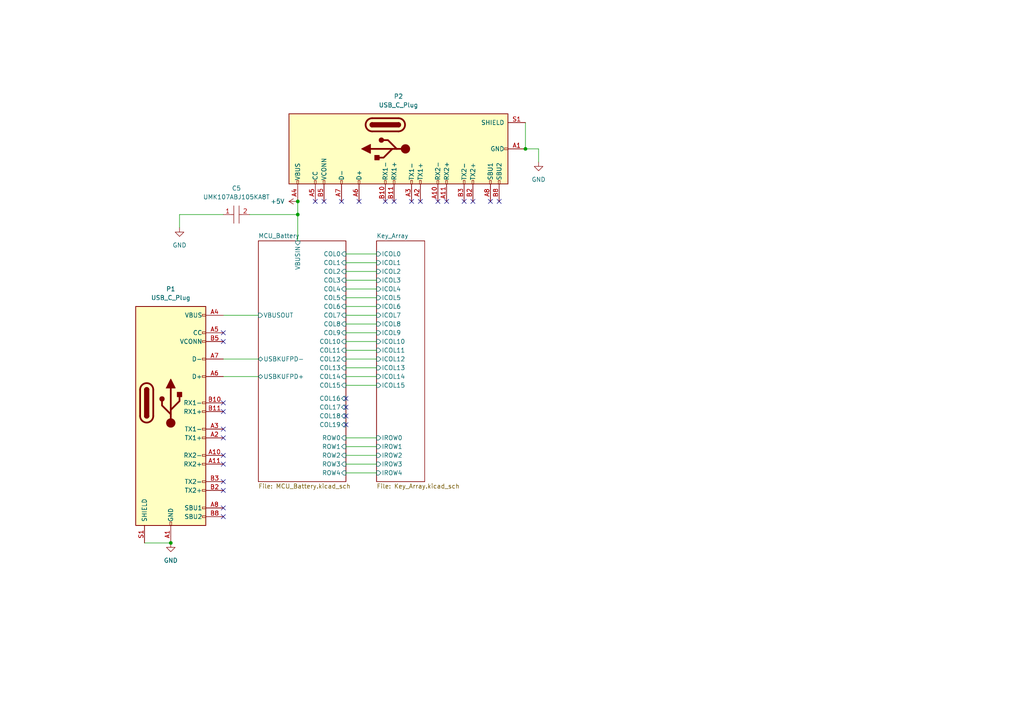
<source format=kicad_sch>
(kicad_sch (version 20230121) (generator eeschema)
  (paper "A4")
  (lib_symbols
    (symbol "Connector:USB_C_Plug" (pin_names (offset 1.016))
      (property "Reference" "P" (at -10.16 29.21 0))
      (property "Value" "USB_C_Plug" (at 10.16 29.21 0))
      (symbol "USB_C_Plug_0_0"
        (rectangle (start -0.254 -35.56) (end 0.254 -34.544))
        (rectangle (start 10.16 -32.766) (end 9.144 -33.274))
        (rectangle (start 10.16 -30.226) (end 9.144 -30.734))
        (rectangle (start 10.16 -25.146) (end 9.144 -25.654))
        (rectangle (start 10.16 -22.606) (end 9.144 -23.114))
        (rectangle (start 10.16 -17.526) (end 9.144 -18.034))
        (rectangle (start 10.16 -14.986) (end 9.144 -15.494))
        (rectangle (start 10.16 -9.906) (end 9.144 -10.414))
        (rectangle (start 10.16 -7.366) (end 9.144 -7.874))
        (rectangle (start 10.16 -2.286) (end 9.144 -2.794))
        (rectangle (start 10.16 0.254) (end 9.144 -0.254))
        (rectangle (start 10.16 7.874) (end 9.144 7.366))
        (rectangle (start 10.16 12.954) (end 9.144 12.446))
        (rectangle (start 10.16 18.034) (end 9.144 17.526))
        (rectangle (start 10.16 20.574) (end 9.144 20.066))
        (rectangle (start 10.16 25.654) (end 9.144 25.146))
      )
      (symbol "USB_C_Plug_0_1"
        (rectangle (start -10.16 27.94) (end 10.16 -35.56) (stroke (width 0.254)) (fill (type background)))
        (arc (start -8.89 -3.81) (mid -6.985 -5.7067) (end -5.08 -3.81) (stroke (width 0.508)))
        (arc (start -7.62 -3.81) (mid -6.985 -4.4423) (end -6.35 -3.81) (stroke (width 0.254)))
        (arc (start -7.62 -3.81) (mid -6.985 -4.4423) (end -6.35 -3.81) (stroke (width 0.254)) (fill (type outline)))
        (rectangle (start -7.62 -3.81) (end -6.35 3.81) (stroke (width 0.254)) (fill (type outline)))
        (arc (start -6.35 3.81) (mid -6.985 4.4423) (end -7.62 3.81) (stroke (width 0.254)))
        (arc (start -6.35 3.81) (mid -6.985 4.4423) (end -7.62 3.81) (stroke (width 0.254)) (fill (type outline)))
        (arc (start -5.08 3.81) (mid -6.985 5.7067) (end -8.89 3.81) (stroke (width 0.508)))
        (polyline (pts (xy -8.89 -3.81) (xy -8.89 3.81)) (stroke (width 0.508)))
        (polyline (pts (xy -5.08 3.81) (xy -5.08 -3.81)) (stroke (width 0.508)))
      )
      (symbol "USB_C_Plug_1_1"
        (circle (center -2.54 1.143) (radius 0.635) (stroke (width 0.254)) (fill (type outline)))
        (circle (center 0 -5.842) (radius 1.27) (fill (type outline)))
        (polyline (pts (xy 0 -5.842) (xy 0 4.318)) (stroke (width 0.508)))
        (polyline (pts (xy 0 -3.302) (xy -2.54 -0.762) (xy -2.54 0.508)) (stroke (width 0.508)))
        (polyline (pts (xy 0 -2.032) (xy 2.54 0.508) (xy 2.54 1.778)) (stroke (width 0.508)))
        (polyline (pts (xy -1.27 4.318) (xy 0 6.858) (xy 1.27 4.318) (xy -1.27 4.318)) (stroke (width 0.254)) (fill (type outline)))
        (rectangle (start 1.905 1.778) (end 3.175 3.048) (stroke (width 0.254)) (fill (type outline)))
        (pin passive line (at 0 -40.64 90) (length 5.08) (name "GND") (number "A1"))
        (pin bidirectional line (at 15.24 -15.24 180) (length 5.08) (name "RX2-") (number "A10"))
        (pin bidirectional line (at 15.24 -17.78 180) (length 5.08) (name "RX2+") (number "A11"))
        (pin passive line (at 0 -40.64 90) (length 5.08) hide (name "GND") (number "A12"))
        (pin bidirectional line (at 15.24 -10.16 180) (length 5.08) (name "TX1+") (number "A2"))
        (pin bidirectional line (at 15.24 -7.62 180) (length 5.08) (name "TX1-") (number "A3"))
        (pin passive line (at 15.24 25.4 180) (length 5.08) (name "VBUS") (number "A4"))
        (pin bidirectional line (at 15.24 20.32 180) (length 5.08) (name "CC") (number "A5"))
        (pin bidirectional line (at 15.24 7.62 180) (length 5.08) (name "D+") (number "A6"))
        (pin bidirectional line (at 15.24 12.7 180) (length 5.08) (name "D-") (number "A7"))
        (pin bidirectional line (at 15.24 -30.48 180) (length 5.08) (name "SBU1") (number "A8"))
        (pin passive line (at 15.24 25.4 180) (length 5.08) hide (name "VBUS") (number "A9"))
        (pin passive line (at 0 -40.64 90) (length 5.08) hide (name "GND") (number "B1"))
        (pin bidirectional line (at 15.24 0 180) (length 5.08) (name "RX1-") (number "B10"))
        (pin bidirectional line (at 15.24 -2.54 180) (length 5.08) (name "RX1+") (number "B11"))
        (pin passive line (at 0 -40.64 90) (length 5.08) hide (name "GND") (number "B12"))
        (pin bidirectional line (at 15.24 -25.4 180) (length 5.08) (name "TX2+") (number "B2"))
        (pin bidirectional line (at 15.24 -22.86 180) (length 5.08) (name "TX2-") (number "B3"))
        (pin passive line (at 15.24 25.4 180) (length 5.08) hide (name "VBUS") (number "B4"))
        (pin bidirectional line (at 15.24 17.78 180) (length 5.08) (name "VCONN") (number "B5"))
        (pin bidirectional line (at 15.24 -33.02 180) (length 5.08) (name "SBU2") (number "B8"))
        (pin passive line (at 15.24 25.4 180) (length 5.08) hide (name "VBUS") (number "B9"))
        (pin passive line (at -7.62 -40.64 90) (length 5.08) (name "SHIELD") (number "S1"))
      )
    )
    (symbol "keyboard_syms:UMK107ABJ105KA8T" (pin_names (offset 0.762))
      (property "Reference" "C" (at 2.54 6.35 0))
      (property "Value" "UMK107ABJ105KA8T" (at 2.54 3.81 0))
      (symbol "UMK107ABJ105KA8T_0_1"
        (polyline (pts (xy -1.27 0) (xy -0.762 0)) (stroke (width 0.1524)))
        (polyline (pts (xy -0.762 2.54) (xy -0.762 -2.54)) (stroke (width 0.1524)))
        (polyline (pts (xy 0.762 0) (xy 1.27 0)) (stroke (width 0.1524)))
        (polyline (pts (xy 0.762 2.54) (xy 0.762 -2.54)) (stroke (width 0.1524)))
      )
      (symbol "UMK107ABJ105KA8T_1_0"
        (pin passive line (at -3.81 0 0) (length 2.54) (name "~") (number "1"))
        (pin passive line (at 3.81 0 180) (length 2.54) (name "~") (number "2"))
      )
    )
    (symbol "power:+5V" (power) (pin_names (offset 0))
      (property "Value" "+5V" (at 0 3.556 0))
      (symbol "+5V_0_1"
        (polyline (pts (xy -0.762 1.27) (xy 0 2.54)))
        (polyline (pts (xy 0 0) (xy 0 2.54)))
        (polyline (pts (xy 0 2.54) (xy 0.762 1.27)))
      )
      (symbol "+5V_1_1"
        (pin power_in line (at 0 0 90) (length 0) hide (name "+5V") (number "1"))
      )
    )
    (symbol "power:GND" (power) (pin_names (offset 0))
      (property "Value" "GND" (at 0 -3.81 0))
      (symbol "GND_0_1"
        (polyline (pts (xy 0 0) (xy 0 -1.27) (xy 1.27 -1.27) (xy 0 -2.54) (xy -1.27 -1.27) (xy 0 -1.27)))
      )
      (symbol "GND_1_1"
        (pin power_in line (at 0 0 270) (length 0) hide (name "GND") (number "1"))
      )
    )
  )
  (junction (at 152.4 43.18))
  (junction (at 86.36 62.23))
  (junction (at 49.53 157.48))
  (junction (at 86.36 58.42))
  (no_connect (at 121.92 58.42))
  (no_connect (at 111.76 58.42))
  (no_connect (at 100.33 120.65))
  (no_connect (at 104.14 58.42))
  (no_connect (at 64.77 134.62))
  (no_connect (at 64.77 127))
  (no_connect (at 64.77 142.24))
  (no_connect (at 100.33 123.19))
  (no_connect (at 64.77 124.46))
  (no_connect (at 64.77 116.84))
  (no_connect (at 137.16 58.42))
  (no_connect (at 64.77 99.06))
  (no_connect (at 64.77 96.52))
  (no_connect (at 64.77 139.7))
  (no_connect (at 64.77 132.08))
  (no_connect (at 142.24 58.42))
  (no_connect (at 64.77 149.86))
  (no_connect (at 93.98 58.42))
  (no_connect (at 127 58.42))
  (no_connect (at 99.06 58.42))
  (no_connect (at 144.78 58.42))
  (no_connect (at 100.33 118.11))
  (no_connect (at 114.3 58.42))
  (no_connect (at 64.77 119.38))
  (no_connect (at 64.77 147.32))
  (no_connect (at 134.62 58.42))
  (no_connect (at 129.54 58.42))
  (no_connect (at 91.44 58.42))
  (no_connect (at 100.33 115.57))
  (no_connect (at 119.38 58.42))
  (wire (pts (xy 100.33 106.68) (xy 109.22 106.68)))
  (wire (pts (xy 100.33 91.44) (xy 109.22 91.44)))
  (wire (pts (xy 100.33 132.08) (xy 109.22 132.08)))
  (wire (pts (xy 100.33 109.22) (xy 109.22 109.22)))
  (wire (pts (xy 100.33 93.98) (xy 109.22 93.98)))
  (wire (pts (xy 152.4 43.18) (xy 156.21 43.18)))
  (wire (pts (xy 100.33 101.6) (xy 109.22 101.6)))
  (wire (pts (xy 100.33 86.36) (xy 109.22 86.36)))
  (wire (pts (xy 64.77 91.44) (xy 74.93 91.44)))
  (wire (pts (xy 100.33 99.06) (xy 109.22 99.06)))
  (wire (pts (xy 64.77 104.14) (xy 74.93 104.14)))
  (wire (pts (xy 100.33 76.2) (xy 109.22 76.2)))
  (wire (pts (xy 152.4 35.56) (xy 152.4 43.18)))
  (wire (pts (xy 52.07 62.23) (xy 64.77 62.23)))
  (wire (pts (xy 100.33 129.54) (xy 109.22 129.54)))
  (wire (pts (xy 86.36 58.42) (xy 86.36 62.23)))
  (wire (pts (xy 52.07 62.23) (xy 52.07 66.04)))
  (wire (pts (xy 100.33 111.76) (xy 109.22 111.76)))
  (wire (pts (xy 100.33 73.66) (xy 109.22 73.66)))
  (wire (pts (xy 72.39 62.23) (xy 86.36 62.23)))
  (wire (pts (xy 100.33 137.16) (xy 109.22 137.16)))
  (wire (pts (xy 41.91 157.48) (xy 49.53 157.48)))
  (wire (pts (xy 100.33 134.62) (xy 109.22 134.62)))
  (wire (pts (xy 86.36 62.23) (xy 86.36 69.85)))
  (wire (pts (xy 156.21 43.18) (xy 156.21 46.99)))
  (wire (pts (xy 64.77 109.22) (xy 74.93 109.22)))
  (wire (pts (xy 100.33 127) (xy 109.22 127)))
  (wire (pts (xy 100.33 78.74) (xy 109.22 78.74)))
  (wire (pts (xy 100.33 83.82) (xy 109.22 83.82)))
  (wire (pts (xy 100.33 104.14) (xy 109.22 104.14)))
  (wire (pts (xy 100.33 81.28) (xy 109.22 81.28)))
  (wire (pts (xy 100.33 88.9) (xy 109.22 88.9)))
  (wire (pts (xy 100.33 96.52) (xy 109.22 96.52)))
  (symbol (lib_id "Connector:USB_C_Plug") (at 111.76 43.18 90) (mirror x) (unit 1)
    (property "Reference" "P2" (at 115.57 27.94 90))
    (property "Value" "USB_C_Plug" (at 115.57 30.48 90))
    (property "Datasheet" "https://www.usb.org/sites/default/files/documents/usb_type-c.zip" (effects hide))
  )
  (symbol (lib_id "keyboard_syms:UMK107ABJ105KA8T") (at 68.58 62.23 0) (unit 1)
    (property "Reference" "C5" (at 68.58 54.61 0))
    (property "Value" "UMK107ABJ105KA8T" (at 68.58 57.15 0))
    (property "Footprint" "keyboard_syms:CAPC1608X95N" (effects hide))
    (property "Datasheet" "https://pdf1.alldatasheet.com/datasheet-pdf/view/1191673/TAIYO-YUDEN/UMK107ABJ105KA8T.html" (effects hide))
    (property "Description" "Multilayer Ceramic Capacitors MLCC - SMD/SMT 0603 50VDC 1uF 10% X5R" (effects hide))
    (property "Height" "0.95" (effects hide))
    (property "Mouser Part Number" "963-UMK107ABJ105KA8T" (effects hide))
    (property "Mouser Price/Stock" "https://www.mouser.co.uk/ProductDetail/Taiyo-Yuden/UMK107ABJ105KA8T?qs=DPoM0jnrROWC9xm3Xn18%252BQ%3D%3D" (effects hide))
    (property "Manufacturer_Name" "TAIYO YUDEN" (effects hide))
    (property "Manufacturer_Part_Number" "UMK107ABJ105KA8T" (effects hide))
  )
  (symbol (lib_id "power:GND") (at 49.53 157.48 0) (unit 1)
    (property "Reference" "#PWR01" (effects hide))
    (property "Value" "GND" (at 49.53 162.56 0))
  )
  (symbol (lib_id "power:+5V") (at 86.36 58.42 90) (mirror x) (unit 1)
    (property "Reference" "#PWR03" (effects hide))
    (property "Value" "+5V" (at 82.55 58.4199 90) (effects (justify left)))
  )
  (symbol (lib_id "power:GND") (at 156.21 46.99 0) (unit 1)
    (property "Reference" "#PWR04" (effects hide))
    (property "Value" "GND" (at 156.21 52.07 0))
  )
  (symbol (lib_id "power:GND") (at 52.07 66.04 0) (unit 1)
    (property "Reference" "#PWR02" (effects hide))
    (property "Value" "GND" (at 52.07 71.12 0))
  )
  (symbol (lib_id "Connector:USB_C_Plug") (at 49.53 116.84 0) (unit 1)
    (property "Reference" "P1" (at 49.53 83.82 0))
    (property "Value" "USB_C_Plug" (at 49.53 86.36 0))
    (property "Datasheet" "https://www.usb.org/sites/default/files/documents/usb_type-c.zip" (effects hide))
  )
  (sheet (at 74.93 69.85) (size 25.4 69.85) (stroke (width 0.1524))
    (property "Sheetname" "MCU_Battery" (at 74.93 69.1384 0) (effects (justify left bottom)))
    (property "Sheetfile" "MCU_Battery.kicad_sch" (at 74.93 140.2846 0) (effects (justify left top)))
    (pin "COL3" input (at 100.33 81.28 0))
    (pin "ROW4" input (at 100.33 137.16 0))
    (pin "ROW1" input (at 100.33 129.54 0))
    (pin "COL11" input (at 100.33 101.6 0))
    (pin "COL18" input (at 100.33 120.65 0))
    (pin "COL10" input (at 100.33 99.06 0))
    (pin "COL17" input (at 100.33 118.11 0))
    (pin "COL5" input (at 100.33 86.36 0))
    (pin "COL7" input (at 100.33 91.44 0))
    (pin "COL6" input (at 100.33 88.9 0))
    (pin "COL19" input (at 100.33 123.19 0))
    (pin "COL8" input (at 100.33 93.98 0))
    (pin "ROW3" input (at 100.33 134.62 0))
    (pin "COL4" input (at 100.33 83.82 0))
    (pin "ROW2" input (at 100.33 132.08 0))
    (pin "ROW0" input (at 100.33 127 0))
    (pin "COL9" input (at 100.33 96.52 0))
    (pin "COL13" input (at 100.33 106.68 0))
    (pin "COL12" input (at 100.33 104.14 0))
    (pin "COL16" input (at 100.33 115.57 0))
    (pin "COL2" input (at 100.33 78.74 0))
    (pin "COL14" input (at 100.33 109.22 0))
    (pin "COL15" input (at 100.33 111.76 0))
    (pin "COL1" input (at 100.33 76.2 0))
    (pin "COL0" input (at 100.33 73.66 0))
    (pin "VBUSOUT" input (at 74.93 91.44 180))
    (pin "VBUSIN" input (at 86.36 69.85 90))
    (pin "USBKUFPD+" bidirectional (at 74.93 109.22 180))
    (pin "USBKUFPD-" bidirectional (at 74.93 104.14 180))
  )
  (sheet (at 109.22 69.85) (size 13.97 69.85) (stroke (width 0.1524))
    (property "Sheetname" "Key_Array" (at 109.22 69.1384 0) (effects (justify left bottom)))
    (property "Sheetfile" "Key_Array.kicad_sch" (at 109.22 140.2846 0) (effects (justify left top)))
    (pin "IROW3" input (at 109.22 134.62 180))
    (pin "IROW0" input (at 109.22 127 180))
    (pin "IROW1" input (at 109.22 129.54 180))
    (pin "IROW2" input (at 109.22 132.08 180))
    (pin "IROW4" input (at 109.22 137.16 180))
    (pin "ICOL9" input (at 109.22 96.52 180))
    (pin "ICOL8" input (at 109.22 93.98 180))
    (pin "ICOL0" input (at 109.22 73.66 180))
    (pin "ICOL14" input (at 109.22 109.22 180))
    (pin "ICOL15" input (at 109.22 111.76 180))
    (pin "ICOL12" input (at 109.22 104.14 180))
    (pin "ICOL10" input (at 109.22 99.06 180))
    (pin "ICOL11" input (at 109.22 101.6 180))
    (pin "ICOL13" input (at 109.22 106.68 180))
    (pin "ICOL3" input (at 109.22 81.28 180))
    (pin "ICOL1" input (at 109.22 76.2 180))
    (pin "ICOL2" input (at 109.22 78.74 180))
    (pin "ICOL4" input (at 109.22 83.82 180))
    (pin "ICOL5" input (at 109.22 86.36 180))
    (pin "ICOL6" input (at 109.22 88.9 180))
    (pin "ICOL7" input (at 109.22 91.44 180))
  )
)
</source>
